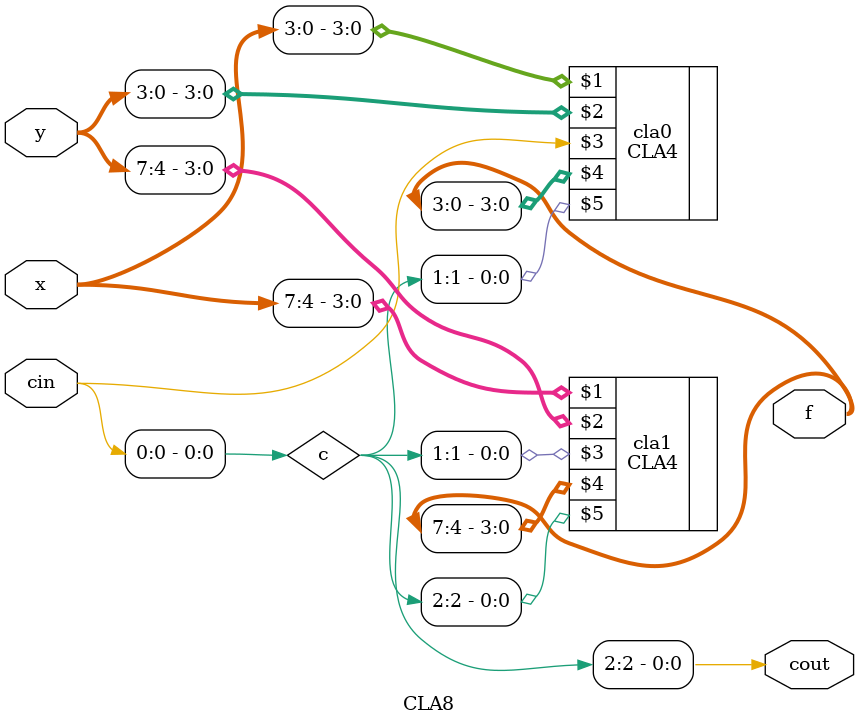
<source format=v>
`timescale 1ns / 1ps


module CLA8(
    input [7:0] x, y,
    input cin,
    output [7:0] f,
    output cout
    );
    wire [2:0] c;
    assign c[0] = cin;
    CLA4 cla0(x[3:0], y[3:0], c[0], f[3:0], c[1]);
    CLA4 cla1(x[7:4], y[7:4], c[1], f[7:4], c[2]);
    assign cout = c[2];
endmodule

</source>
